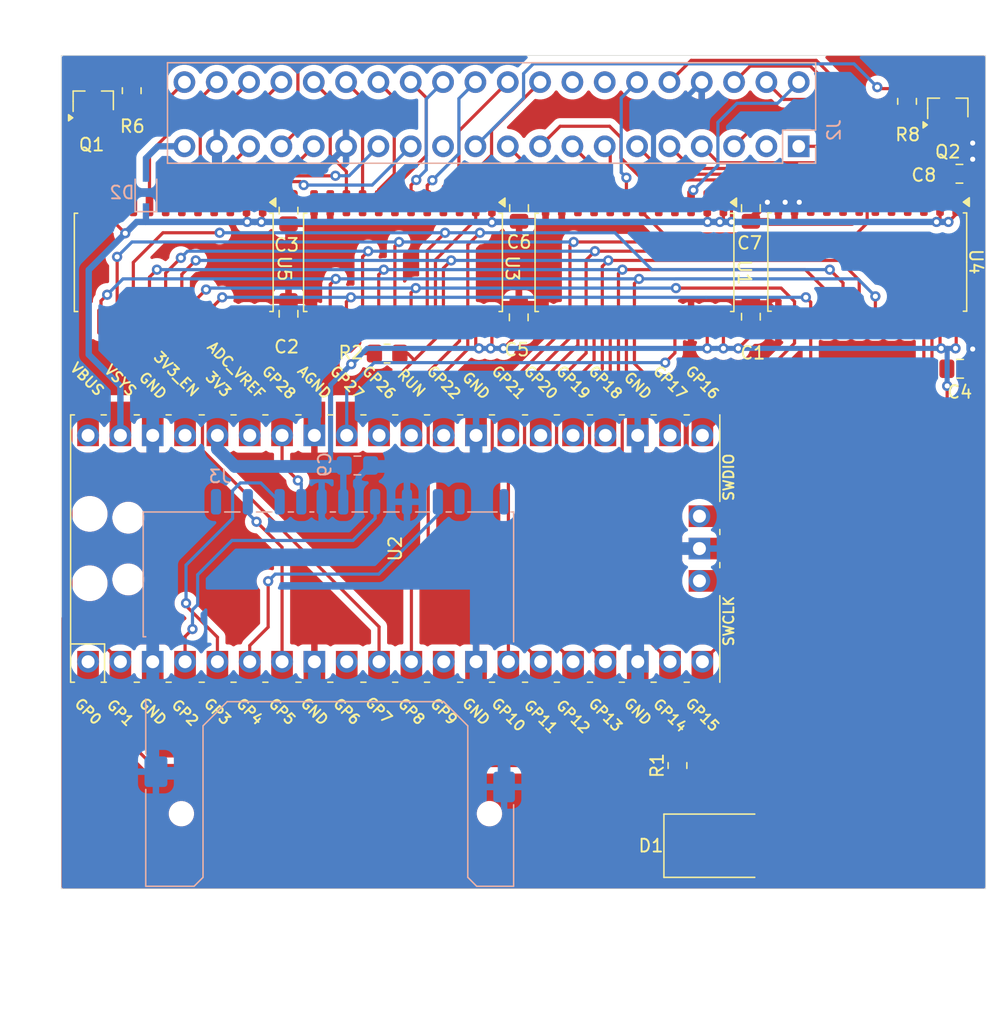
<source format=kicad_pcb>
(kicad_pcb (version 20241229) (generator "pcbnew") (generator_version "9.0")
  (layers (0 "F.Cu" signal) (2 "B.Cu" signal) (13 "F.Paste" user) (15 "B.Paste" user) (5 "F.SilkS" user "F.Silkscreen") (7 "B.SilkS" user "B.Silkscreen") (1 "F.Mask" user) (3 "B.Mask" user) (25 "Edge.Cuts" user))
  (net 0 "")
  (net 1 "GND")
  (net 2 "+3V3")
  (net 3 "/D7")
  (net 4 "/D6")
  (net 5 "/D5")
  (net 6 "/D4")
  (net 7 "/D3")
  (net 8 "/D2")
  (net 9 "/D1")
  (net 10 "/D0")
  (net 11 "/A1")
  (net 12 "/A0")
  (net 13 "/DIR")
  (net 14 "/MREQ'")
  (net 15 "/DAT0_MISO")
  (net 16 "/CLK_SCLK")
  (net 17 "/CMD_MOSI")
  (net 18 "/DAT3_CS")
  (net 19 "/SWDIO")
  (net 20 "/SWCLK")
  (net 21 "/RAS*")
  (net 22 "/SYSRES*")
  (net 23 "/CAS*")
  (net 24 "/D0'")
  (net 25 "/D1'")
  (net 26 "/D2'")
  (net 27 "/D3'")
  (net 28 "/D4'")
  (net 29 "/D5'")
  (net 30 "/D6'")
  (net 31 "/D7'")
  (net 32 "/A10")
  (net 33 "/A12")
  (net 34 "/A13")
  (net 35 "/A15")
  (net 36 "/A11")
  (net 37 "/A14")
  (net 38 "/A8")
  (net 39 "/CD")
  (net 40 "/WAIT'")
  (net 41 "+5V")
  (net 42 "/OUT*")
  (net 43 "Net-(D1-K)")
  (net 44 "/WR*")
  (net 45 "/INTAK*")
  (net 46 "/RD*")
  (net 47 "/MUX")
  (net 48 "/A9")
  (net 49 "/IN*")
  (net 50 "/INT*")
  (net 51 "/TEST*")
  (net 52 "/A4")
  (net 53 "/WAIT*")
  (net 54 "/A3")
  (net 55 "/A5")
  (net 56 "/A7")
  (net 57 "/A6")
  (net 58 "/A2")
  (net 66 "/INT'")
  (net 69 "/IN'")
  (net 70 "/RD'")
  (net 71 "/WR'")
  (net 72 "/ADDRL_OE")
  (net 73 "/DATAB_OE")
  (net 74 "/OUT'")
  (net 75 "/ADDRH_OE")
  (net 78 "/SYSRES'")
  (net 79 "/VCC")
  (net 80 "/LED")
  (footprint "Package_SO:SOIC-24W_7.5x15.4mm_P1.27mm" (layer "F.Cu") (at 138.9126 72.39 -90)
    (property "Reference" "U3")
    (property "Value" "SN74LVCC4245ADWR")
  )
  (footprint "Package_SO:SOIC-24W_7.5x15.4mm_P1.27mm" (layer "F.Cu") (at 120.904 72.39 -90)
    (property "Reference" "U5")
    (property "Value" "SN74LVCC4245ADWR")
  )
  (footprint "Capacitor_SMD:C_0805_2012Metric_Pad1.18x1.45mm_HandSolder" (layer "F.Cu") (at 129.921 76.4286 90)
    (property "Reference" "C2")
    (property "Value" "100nF")
  )
  (footprint "Capacitor_SMD:C_0805_2012Metric_Pad1.18x1.45mm_HandSolder" (layer "F.Cu") (at 129.921 68.326 -90)
    (property "Reference" "C3")
    (property "Value" "100nF")
  )
  (footprint "Capacitor_SMD:C_0805_2012Metric_Pad1.18x1.45mm_HandSolder" (layer "F.Cu") (at 148.0058 76.708 90)
    (property "Reference" "C5")
    (property "Value" "100nF")
  )
  (footprint "Capacitor_SMD:C_0805_2012Metric_Pad1.18x1.45mm_HandSolder" (layer "F.Cu") (at 148.0312 68.1228 -90)
    (property "Reference" "C6")
    (property "Value" "100nF")
  )
  (footprint "MCU_RaspberryPi_and_Boards:RPi_Pico_SMD_TH" (layer "F.Cu") (at 138.303 94.869 90)
    (property "Reference" "U2")
    (property "Value" "Pico")
  )
  (footprint "LED_SMD:LED_2816_7142Metric_Pad3.20x4.45mm_HandSolder" (layer "F.Cu") (at 163.2204 118.2116)
    (property "Reference" "D1")
    (property "Value" "LED")
  )
  (footprint "Resistor_SMD:R_0805_2012Metric_Pad1.20x1.40mm_HandSolder" (layer "F.Cu") (at 160.4772 111.9124 90)
    (property "Reference" "R1")
    (property "Value" "100")
  )
  (footprint "Resistor_SMD:R_0805_2012Metric_Pad1.20x1.40mm_HandSolder" (layer "F.Cu") (at 178.5112 59.7408 -90)
    (property "Reference" "R8")
    (property "Value" "1k")
  )
  (footprint "Capacitor_SMD:C_0805_2012Metric_Pad1.18x1.45mm_HandSolder" (layer "F.Cu") (at 166.243 76.6572 90)
    (property "Reference" "C1")
    (property "Value" "100nF")
  )
  (footprint "Capacitor_SMD:C_0805_2012Metric_Pad1.18x1.45mm_HandSolder" (layer "F.Cu") (at 166.243 68.1228 -90)
    (property "Reference" "C7")
    (property "Value" "100nF")
  )
  (footprint "Capacitor_SMD:C_0805_2012Metric_Pad1.18x1.45mm_HandSolder" (layer "F.Cu") (at 182.6768 80.7466)
    (property "Reference" "C4")
    (property "Value" "100nF")
  )
  (footprint "Capacitor_SMD:C_0805_2012Metric_Pad1.18x1.45mm_HandSolder" (layer "F.Cu") (at 182.626 65.4304)
    (property "Reference" "C8")
    (property "Value" "100nF")
  )
  (footprint "Resistor_SMD:R_0805_2012Metric_Pad1.20x1.40mm_HandSolder" (layer "F.Cu") (at 137.668 79.5528)
    (property "Reference" "R2")
    (property "Value" "1k")
  )
  (footprint "Resistor_SMD:R_0805_2012Metric_Pad1.20x1.40mm_HandSolder" (layer "F.Cu") (at 117.602 58.9026 -90)
    (property "Reference" "R6")
    (property "Value" "1k")
  )
  (footprint "Package_TO_SOT_SMD:SOT-23_Handsoldering" (layer "F.Cu") (at 114.5794 59.69 90)
    (property "Reference" "Q1")
    (property "Value" "SSM3K324RLFCT-ND")
  )
  (footprint "Package_SO:SOIC-24W_7.5x15.4mm_P1.27mm" (layer "F.Cu") (at 157.099 72.39 -90)
    (property "Reference" "U1")
    (property "Value" "SN74LVCC4245ADWR")
  )
  (footprint "Package_SO:SOIC-24W_7.5x15.4mm_P1.27mm" (layer "F.Cu") (at 175.387 72.3646 -90)
    (property "Reference" "U4")
    (property "Value" "SN74LVCC4245ADWR")
  )
  (footprint "Package_TO_SOT_SMD:SOT-23_Handsoldering" (layer "F.Cu") (at 181.7116 60.2488 90)
    (property "Reference" "Q2")
    (property "Value" "SSM3K324RLFCT-ND")
  )
  (footprint "Connector_Card:SD_Kyocera_145638009511859+" (layer "B.Cu") (at 133.604 103.6955 180)
    (property "Reference" "J3")
    (property "Value" "SD_Card")
  )
  (footprint "Connector_PinSocket_2.54mm:PinSocket_2x20_P2.54mm_Vertical" (layer "B.Cu") (at 170.0022 60.7714 90)
    (property "Reference" "J2")
    (property "Value" "Conn_02x20_Odd_Even")
  )
  (footprint "Diode_SMD:D_SOD-323F" (layer "B.Cu") (at 118.7196 66.9036 90)
    (property "Reference" "D2")
    (property "Value" "PMEG4010CEJ")
  )
  (footprint "Capacitor_SMD:C_0805_2012Metric_Pad1.18x1.45mm_HandSolder" (layer "B.Cu") (at 135.3312 88.3412)
    (property "Reference" "C9")
    (property "Value" "100nF")
  )
  (gr_rect (start 112.0648 56.134) (end 184.6834 121.5898) (stroke (width 0.05)) (fill no) (layer "Edge.Cuts"))
  (segment (start 158.0642 87.757) (end 157.353 87.0458) (width 0.4) (layer "F.Cu") (net 1))
  (segment (start 168.402 78.74) (end 168.402 77.0146) (width 0.4) (layer "F.Cu") (net 1))
  (segment (start 150.114 77.04) (end 150.114 77.978) (width 0.5) (layer "F.Cu") (net 1))
  (segment (start 150.114 77.978) (end 144.653 83.439) (width 0.5) (layer "F.Cu") (net 1))
  (segment (start 183.6674 62.7546) (end 182.6616 61.7488) (width 0.5) (layer "F.Cu") (net 1))
  (segment (start 131.9276 67.74) (end 131.9276 70.2271) (width 0.5) (layer "F.Cu") (net 1))
  (segment (start 148.0312 69.1603) (end 148.0312 70.5104) (width 0.5) (layer "F.Cu") (net 1))
  (segment (start 183.6674 63.0174) (end 183.6674 62.7546) (width 0.5) (layer "F.Cu") (net 1))
  (segment (start 166.2469 75.6158) (end 166.243 75.6197) (width 0.4) (layer "F.Cu") (net 1))
  (segment (start 119.253 82.2452) (end 119.253 85.979) (width 1) (layer "F.Cu") (net 1))
  (segment (start 168.402 78.74) (end 165.989 81.153) (width 0.4) (layer "F.Cu") (net 1))
  (segment (start 168.402 67.7146) (end 168.8864 67.7146) (width 0.5) (layer "F.Cu") (net 1))
  (segment (start 169.672 67.7146) (end 169.9935 67.7146) (width 0.5) (layer "F.Cu") (net 1))
  (segment (start 131.2457 75.3911) (end 131.9276 76.073) (width 0.5) (layer "F.Cu") (net 1))
  (segment (start 169.9935 67.7146) (end 170.0425 67.6656) (width 0.5) (layer "F.Cu") (net 1))
  (segment (start 131.9276 76.073) (end 131.9276 77.04) (width 0.5) (layer "F.Cu") (net 1))
  (segment (start 113.919 79.7306) (end 115.0112 80.8228) (width 1) (layer "F.Cu") (net 1))
  (segment (start 129.921 75.3911) (end 129.921 69.3635) (width 0.5) (layer "F.Cu") (net 1))
  (segment (start 113.919 77.04) (end 113.919 71.4248) (width 1) (layer "F.Cu") (net 1))
  (segment (start 166.243 69.1603) (end 166.243 68.961) (width 0.5) (layer "F.Cu") (net 1))
  (segment (start 161.544 80.0354) (end 161.163 80.4164) (width 0.4) (layer "F.Cu") (net 1))
  (segment (start 115.189 70.1548) (end 113.919 71.4248) (width 0.5) (layer "F.Cu") (net 1))
  (segment (start 133.1976 69.7992) (end 132.7697 70.2271) (width 0.5) (layer "F.Cu") (net 1))
  (segment (start 150.6474 70.5104) (end 150.114 70.5104) (width 0.5) (layer "F.Cu") (net 1))
  (segment (start 115.189 67.74) (end 115.189 70.1548) (width 0.5) (layer "F.Cu") (net 1))
  (segment (start 150.114 76.073) (end 150.114 77.04) (width 0.5) (layer "F.Cu") (net 1))
  (segment (start 129.9425 70.2271) (end 129.921 70.2056) (width 0.5) (layer "F.Cu") (net 1))
  (segment (start 161.163 87.3506) (end 160.7566 87.757) (width 0.4) (layer "F.Cu") (net 1))
  (segment (start 183.6635 65.4304) (end 183.6635 64.2913) (width 0.25) (layer "F.Cu") (net 1))
  (segment (start 115.189 67.74) (end 115.189 62.7634) (width 0.5) (layer "F.Cu") (net 1))
  (segment (start 161.163 80.4164) (end 161.163 81.153) (width 0.4) (layer "F.Cu") (net 1))
  (segment (start 148.0312 75.6451) (end 148.0058 75.6705) (width 0.25) (layer "F.Cu") (net 1))
  (segment (start 168.402 77.0146) (end 168.402 76.4032) (width 0.4) (layer "F.Cu") (net 1))
  (segment (start 129.921 75.3911) (end 131.2457 75.3911) (width 0.5) (layer "F.Cu") (net 1))
  (segment (start 133.1976 67.74) (end 133.1976 69.7992) (width 0.5) (layer "F.Cu") (net 1))
  (segment (start 131.953 77.0654) (end 131.9276 77.04) (width 0.25) (layer "F.Cu") (net 1))
  (segment (start 115.0112 80.8228) (end 117.8306 80.8228) (width 1) (layer "F.Cu") (net 1))
  (segment (start 131.953 85.979) (end 131.953 77.0654) (width 0.5) (layer "F.Cu") (net 1))
  (segment (start 183.7143 80.7466) (end 183.7143 79.2441) (width 0.25) (layer "F.Cu") (net 1))
  (segment (start 183.6635 64.2913) (end 183.6674 64.2874) (width 0.25) (layer "F.Cu") (net 1))
  (segment (start 167.6146 75.6158) (end 166.2469 75.6158) (width 0.4) (layer "F.Cu") (net 1))
  (segment (start 117.8306 80.8228) (end 119.253 82.2452) (width 1) (layer "F.Cu") (net 1))
  (segment (start 115.189 62.7634) (end 115.5294 62.423) (width 0.5) (layer "F.Cu") (net 1))
  (segment (start 150.114 67.74) (end 150.114 70.5104) (width 0.5) (layer "F.Cu") (net 1))
  (segment (start 183.7143 79.2441) (end 183.6674 79.1972) (width 0.25) (layer "F.Cu") (net 1))
  (segment (start 115.5294 62.423) (end 115.5294 61.19) (width 0.5) (layer "F.Cu") (net 1))
  (segment (start 148.0058 75.6705) (end 149.7115 75.6705) (width 0.5) (layer "F.Cu") (net 1))
  (segment (start 168.402 76.4032) (end 167.6146 75.6158) (width 0.4) (layer "F.Cu") (net 1))
  (segment (start 149.7115 75.6705) (end 150.114 76.073) (width 0.5) (layer "F.Cu") (net 1))
  (segment (start 151.384 67.74) (end 151.384 69.7738) (width 0.5) (layer "F.Cu") (net 1))
  (segment (start 160.7566 87.757) (end 158.0642 87.757) (width 0.4) (layer "F.Cu") (net 1))
  (segment (start 113.919 77.04) (end 113.919 79.7306) (width 1) (layer "F.Cu") (net 1))
  (segment (start 165.989 81.153) (end 161.163 81.153) (width 0.4) (layer "F.Cu") (net 1))
  (segment (start 150.114 70.5104) (end 148.0312 70.5104) (width 0.5) (layer "F.Cu") (net 1))
  (segment (start 161.544 77.04) (end 161.544 80.0354) (width 0.4) (layer "F.Cu") (net 1))
  (segment (start 151.384 69.7738) (end 150.6474 70.5104) (width 0.5) (layer "F.Cu") (net 1))
  (segment (start 132.7697 70.2271) (end 131.9276 70.2271) (width 0.5) (layer "F.Cu") (net 1))
  (segment (start 144.653 83.439) (end 144.653 85.979) (width 0.5) (layer "F.Cu") (net 1))
  (segment (start 148.0312 70.5104) (end 148.0312 75.6451) (width 0.5) (layer "F.Cu") (net 1))
  (segment (start 161.163 81.153) (end 161.163 87.3506) (width 0.4) (layer "F.Cu") (net 1))
  (segment (start 131.9276 70.2271) (end 129.9425 70.2271) (width 0.5) (layer "F.Cu") (net 1))
  (segment (start 166.243 68.961) (end 167.5384 67.6656) (width 0.5) (layer "F.Cu") (net 1))
  (segment (start 168.8864 67.7146) (end 168.9354 67.6656) (width 0.5) (layer "F.Cu") (net 1))
  (segment (start 113.919 71.4248) (end 113.919 67.74) (width 1) (layer "F.Cu") (net 1))
  (segment (start 157.353 87.0458) (end 157.353 85.979) (width 0.4) (layer "F.Cu") (net 1))
  (via (at 183.6674 64.2874) (size 0.8) (drill 0.4) (layers "F.Cu" "B.Cu") (net 1))
  (via (at 183.6674 79.1972) (size 0.8) (drill 0.4) (layers "F.Cu" "B.Cu") (net 1))
  (via (at 183.6674 63.0174) (size 0.8) (drill 0.4) (layers "F.Cu" "B.Cu") (net 1))
  (via (at 167.5384 67.6656) (size 0.8) (drill 0.4) (layers "F.Cu" "B.Cu") (net 1))
  (via (at 168.9354 67.6656) (size 0.8) (drill 0.4) (layers "F.Cu" "B.Cu") (net 1))
  (via (at 170.0425 67.6656) (size 0.8) (drill 0.4) (layers "F.Cu" "B.Cu") (net 1))
  (segment (start 120.523 81.1022) (end 119.253 82.3722) (width 1) (layer "B.Cu") (net 1))
  (segment (start 136.3687 88.3412) (end 135.4328 89.2771) (width 0.5) (layer "B.Cu") (net 1))
  (segment (start 155.4226 107.9246) (end 157.353 105.9942) (width 1) (layer "B.Cu") (net 1))
  (segment (start 144.5768 88.4174) (end 157.2514 88.4174) (width 1) (layer "B.Cu") (net 1))
  (segment (start 161.260177 67.6656) (end 161.307788 67.713211) (width 0.8) (layer "B.Cu") (net 1))
  (segment (start 139.224 88.4748) (end 139.1666 88.4174) (width 0.25) (layer "B.Cu") (net 1))
  (segment (start 136.652 76.3778) (end 131.953 81.0768) (width 1) (layer "B.Cu") (net 1))
  (segment (start 158.592689 67.711489) (end 158.5976 67.7164) (width 0.4) (layer "B.Cu") (net 1))
  (segment (start 124.303 67.6656) (end 161.260177 67.6656) (width 0.8) (layer "B.Cu") (net 1))
  (segment (start 139.1666 88.4174) (end 144.5768 88.4174) (width 1) (layer "B.Cu") (net 1))
  (segment (start 131.953 107.8738) (end 131.953 110.871) (width 1) (layer "B.Cu") (net 1))
  (segment (start 162.203 94.869) (end 157.4546 94.869) (width 1) (layer "B.Cu") (net 1))
  (segment (start 131.953 110.871) (end 130.302 112.522) (width 1) (layer "B.Cu") (net 1))
  (segment (start 131.953 85.979) (end 131.953 81.1022) (width 1) (layer "B.Cu") (net 1))
  (segment (start 167.490789 67.713211) (end 167.5384 67.6656) (width 0.8) (layer "B.Cu") (net 1))
  (segment (start 139.224 91.1955) (end 139.224 88.4748) (width 0.5) (layer "B.Cu") (net 1))
  (segment (start 149.2758 76.4286) (end 149.225 76.3778) (width 0.5) (layer "B.Cu") (net 1))
  (segment (start 144.653 85.979) (end 144.653 88.3412) (width 1) (layer "B.Cu") (net 1))
  (segment (start 130.302 112.522) (end 119.6305 112.522) (width 1) (layer "B.Cu") (net 1))
  (segment (start 157.353 103.759) (end 157.353 94.7674) (width 1) (layer "B.Cu") (net 1))
  (segment (start 145.76415 109.81065) (end 146.854 110.9005) (width 1) (layer "B.Cu") (net 1))
  (segment (start 144.653 107.9246) (end 144.653 108.6995) (width 1) (layer "B.Cu") (net 1))
  (segment (start 144.653 107.9246) (end 155.4226 107.9246) (width 1) (layer "B.Cu") (net 1))
  (segment (start 144.653 103.759) (end 144.653 107.9246) (width 1) (layer "B.Cu") (net 1))
  (segment (start 135.4328 89.2771) (end 135.4328 92.456) (width 0.5) (layer "B.Cu") (net 1))
  (segment (start 157.353 105.9942) (end 157.353 103.759) (width 1) (layer "B.Cu") (net 1))
  (segment (start 119.253 85.979) (end 119.253 103.759) (width 1) (layer "B.Cu") (net 1))
  (segment (start 183.6674 79.1972) (end 183.6674 66.8528) (width 1) (layer "B.Cu") (net 1))
  (segment (start 136.4449 88.4174) (end 139.1666 88.4174) (width 1) (layer "B.Cu") (net 1))
  (segment (start 132.6596 65.054) (end 124.303 65.054) (width 0.8) (layer "B.Cu") (net 1))
  (segment (start 157.4546 94.869) (end 157.353 94.7674) (width 1) (layer "B.Cu") (net 1))
  (segment (start 161.307788 67.713211) (end 167.490789 67.713211) (width 0.8) (layer "B.Cu") (net 1))
  (segment (start 130.5052 81.1022) (end 120.523 81.1022) (width 1) (layer "B.Cu") (net 1))
  (segment (start 119.253 82.3722) (end 119.253 85.979) (width 1) (layer "B.Cu") (net 1))
  (segment (start 144.653 108.6995) (end 145.76415 109.81065) (width 1) (layer "B.Cu") (net 1))
  (segment (start 119.6305 112.522) (end 119.253 112.1445) (width 1) (layer "B.Cu") (net 1))
  (segment (start 162.3676 58.2314) (end 158.592689 62.006311) (width 0.4) (layer "B.Cu") (net 1))
  (segment (start 131.953 103.759) (end 131.953 107.8738) (width 1) (layer "B.Cu") (net 1))
  (segment (start 168.9354 67.6656) (end 183.769 67.6656) (width 0.8) (layer "B.Cu") (net 1))
  (segment (start 144.653 88.3412) (end 144.5768 88.4174) (width 1) (layer "B.Cu") (net 1))
  (segment (start 158.592689 62.006311) (end 158.592689 67.711489) (width 0.4) (layer "B.Cu") (net 1))
  (segment (start 183.6674 66.8528) (end 183.6674 64.2874) (width 0.8) (layer "B.Cu") (net 1))
  (segment (start 134.8232 93.0656) (end 133.096 93.0656) (width 0.5) (layer "B.Cu") (net 1))
  (segment (start 157.2514 88.4174) (end 157.353 88.3158) (width 1) (layer "B.Cu") (net 1))
  (segment (start 134.4422 63.2714) (end 132.6596 65.054) (width 0.5) (layer "B.Cu") (net 1))
  (segment (start 162.3822 58.2314) (end 162.3676 58.2314) (width 0.4) (layer "B.Cu") (net 1))
  (segment (start 135.4328 92.456) (end 134.8232 93.0656) (width 0.5) (layer "B.Cu") (net 1))
  (segment (start 167.5384 67.6656) (end 168.9354 67.6656) (width 0.8) (layer "B.Cu") (net 1))
  (segment (start 157.353 88.3158) (end 157.353 85.979) (width 1) (layer "B.Cu") (net 1))
  (segment (start 131.953 81.1022) (end 130.5052 81.1022) (width 1) (layer "B.Cu") (net 1))
  (segment (start 157.353 94.7674) (end 157.353 88.3158) (width 1) (layer "B.Cu") (net 1))
  (segment (start 131.953 81.0768) (end 131.953 81.1022) (width 1) (layer "B.Cu") (net 1))
  (segment (start 183.6674 64.2874) (end 183.6674 63.0174) (width 0.8) (layer "B.Cu") (net 1))
  (segment (start 144.6022 107.8738) (end 144.653 107.9246) (width 0.25) (layer "B.Cu") (net 1))
  (segment (start 136.3687 88.3412) (end 136.4449 88.4174) (width 1) (layer "B.Cu") (net 1))
  (segment (start 131.953 107.8738) (end 144.6022 107.8738) (width 1) (layer "B.Cu") (net 1))
  (segment (start 119.253 112.1445) (end 119.253 103.759) (width 1) (layer "B.Cu") (net 1))
  (segment (start 124.303 65.054) (end 124.303 67.6656) (width 0.8) (layer "B.Cu") (net 1))
  (segment (start 149.225 76.3778) (end 136.652 76.3778) (width 1) (layer "B.Cu") (net 1))
  (segment (start 149.2758 76.4286) (end 183.642 76.4286) (width 1) (layer "B.Cu") (net 1))
  (segment (start 124.303 63.266) (end 124.303 65.054) (width 0.8) (layer "B.Cu") (net 1))
  (segment (start 132.524 92.4936) (end 132.524 91.1955) (width 0.5) (layer "B.Cu") (net 1))
  (segment (start 133.096 93.0656) (end 132.524 92.4936) (width 0.5) (layer "B.Cu") (net 1))
  (segment (start 146.854 110.9005) (end 146.854 113.5955) (width 1) (layer "B.Cu") (net 1))
  (segment (start 166.243 78.1558) (end 165.2524 79.1464) (width 0.25) (layer "F.Cu") (net 2))
  (segment (start 182.372 77.0146) (end 182.372 79.0956) (width 0.25) (layer "F.Cu") (net 2))
  (segment (start 181.102 79.0569) (end 181.1915 79.1464) (width 0.25) (layer "F.Cu") (net 2))
  (segment (start 172.2628 112.5728) (end 167.2336 112.5728) (width 0.25) (layer "F.Cu") (net 2))
  (segment (start 127.9652 79.8576) (end 129.4638 79.8576) (width 0.5) (layer "F.Cu") (net 2))
  (segment (start 144.6276 78.8924) (end 144.8816 79.1464) (width 0.25) (layer "F.Cu") (net 2))
  (segment (start 164.084 77.04) (end 164.084 79.1464) (width 0.25) (layer "F.Cu") (net 2))
  (segment (start 181.6393 80.7466) (end 181.6393 82.0713) (width 0.25) (layer "F.Cu") (net 2))
  (segment (start 126.238 79.8576) (end 126.6444 79.8576) (width 0.5) (layer "F.Cu") (net 2))
  (segment (start 129.921 79.4004) (end 129.921 77.4661) (width 0.5) (layer "F.Cu") (net 2))
  (segment (start 129.4638 79.8576) (end 129.921 79.4004) (width 0.5) (layer "F.Cu") (net 2))
  (segment (start 145.8976 77.04) (end 145.8976 79.0448) (width 0.25) (layer "F.Cu") (net 2))
  (segment (start 127.889 77.04) (end 127.889 79.7814) (width 0.5) (layer "F.Cu") (net 2))
  (segment (start 181.6608 103.1748) (end 172.2628 112.5728) (width 0.25) (layer "F.Cu") (net 2))
  (segment (start 181.102 77.0146) (end 181.102 79.0569) (width 0.25) (layer "F.Cu") (net 2))
  (segment (start 181.6393 82.0713) (end 181.6608 82.0928) (width 0.25) (layer "F.Cu") (net 2))
  (segment (start 136.668 79.5528) (end 135.6868 79.5528) (width 0.25) (layer "F.Cu") (net 2))
  (segment (start 144.6276 77.04) (end 144.6276 78.8924) (width 0.25) (layer "F.Cu") (net 2))
  (segment (start 124.333 81.7626) (end 126.238 79.8576) (width 0.5) (layer "F.Cu") (net 2))
  (segment (start 148.0058 77.9526) (end 146.812 79.1464) (width 0.25) (layer "F.Cu") (net 2))
  (segment (start 148.0058 77.7455) (end 148.0058 77.9526) (width 0.25) (layer "F.Cu") (net 2))
  (segment (start 145.8976 79.0448) (end 145.796 79.1464) (width 0.25) (layer "F.Cu") (net 2))
  (segment (start 181.6608 82.0928) (end 181.6608 103.1748) (width 0.25) (layer "F.Cu") (net 2))
  (segment (start 182.372 79.0956) (end 182.3212 79.1464) (width 0.25) (layer "F.Cu") (net 2))
  (segment (start 164.4704 115.336) (end 164.4704 118.2116) (width 0.25) (layer "F.Cu") (net 2))
  (segment (start 127.889 79.7814) (end 127.9652 79.8576) (width 0.25) (layer "F.Cu") (net 2))
  (segment (start 126.619 77.04) (end 126.619 79.8322) (width 0.5) (layer "F.Cu") (net 2))
  (segment (start 124.333 85.979) (end 124.333 81.7626) (width 0.5) (layer "F.Cu") (net 2))
  (segment (start 135.6868 79.5528) (end 134.8486 80.391) (width 0.25) (layer "F.Cu") (net 2))
  (segment (start 126.619 79.8322) (end 126.6444 79.8576) (width 0.25) (layer "F.Cu") (net 2))
  (segment (start 166.243 77.6947) (end 166.243 78.1558) (width 0.25) (layer "F.Cu") (net 2))
  (segment (start 162.814 77.04) (end 162.814 79.1464) (width 0.25) (layer "F.Cu") (net 2))
  (segment (start 167.2336 112.5728) (end 164.4704 115.336) (width 0.25) (layer "F.Cu") (net 2))
  (segment (start 126.6444 79.8576) (end 127.9652 79.8576) (width 0.5) (layer "F.Cu") (net 2))
  (via (at 164.084 79.1464) (size 0.8) (drill 0.4) (layers "F.Cu" "B.Cu") (net 2))
  (via (at 145.796 79.1464) (size 0.8) (drill 0.4) (layers "F.Cu" "B.Cu") (net 2))
  (via (at 165.2524 79.1464) (size 0.8) (drill 0.4) (layers "F.Cu" "B.Cu") (net 2))
  (via (at 146.812 79.1464) (size 0.8) (drill 0.4) (layers "F.Cu" "B.Cu") (net 2))
  (via (at 134.8486 80.391) (size 0.8) (drill 0.4) (layers "F.Cu" "B.Cu") (net 2))
  (via (at 182.3212 79.1464) (size 0.8) (drill 0.4) (layers "F.Cu" "B.Cu") (net 2))
  (via (at 162.814 79.1464) (size 0.8) (drill 0.4) (layers "F.Cu" "B.Cu") (net 2))
  (via (at 144.8816 79.1464) (size 0.8) (drill 0.4) (layers "F.Cu" "B.Cu") (net 2))
  (via (at 181.1915 79.1464) (size 0.8) (drill 0.4) (layers "F.Cu" "B.Cu") (net 2))
  (via (at 181.6608 82.0928) (size 0.8) (drill 0.4) (layers "F.Cu" "B.Cu") (net 2))
  (segment (start 144.8816 79.1464) (end 136.0932 79.1464) (width 0.4) (layer "B.Cu") (net 2))
  (segment (start 134.2175 88.4174) (end 125.7046 88.4174) (width 1) (layer "B.Cu") (net 2))
  (segment (start 145.2626 79.1464) (end 144.8816 79.1464) (width 0.4) (layer "B.Cu") (net 2))
  (segment (start 124.333 87.0458) (end 124.333 85.979) (width 1) (layer "B.Cu") (net 2))
  (segment (start 134.224 91.1955) (end 134.224 88.4109) (width 0.5) (layer "B.Cu") (net 2))
  (segment (start 136.0932 79.1464) (end 134.8486 80.391) (width 0.4) (layer "B.Cu") (net 2))
  (segment (start 145.2626 79.1464) (end 145.796 79.1464) (width 0.4) (layer "B.Cu") (net 2))
  (segment (start 181.6608 82.0928) (end 181.6608 79.1464) (width 0.4) (layer "B.Cu") (net 2))
  (segment (start 145.796 79.1464) (end 146.812 79.1464) (width 0.4) (layer "B.Cu") (net 2))
  (segment (start 134.2937 88.3412) (end 134.2175 88.4174) (width 1) (layer "B.Cu") (net 2))
  (segment (start 133.223 82.0166) (end 133.223 88.392) (width 0.4) (layer "B.Cu") (net 2))
  (segment (start 125.7046 88.4174) (end 124.333 87.0458) (width 1) (layer "B.Cu") (net 2))
  (segment (start 182.3212 79.1464) (end 181.6608 79.1464) (width 0.4) (layer "B.Cu") (net 2))
  (segment (start 163.5252 79.1464) (end 164.084 79.1464) (width 0.4) (layer "B.Cu") (net 2))
  (segment (start 162.814 79.1464) (end 163.5252 79.1464) (width 0.4) (layer "B.Cu") (net 2))
  (segment (start 146.812 79.1464) (end 162.814 79.1464) (width 0.4) (layer "B.Cu") (net 2))
  (segment (start 164.084 79.1464) (end 165.2524 79.1464) (width 0.4) (layer "B.Cu") (net 2))
  (segment (start 165.2524 79.1464) (end 181.6608 79.1464) (width 0.4) (layer "B.Cu") (net 2))
  (segment (start 134.8486 80.391) (end 133.223 82.0166) (width 0.4) (layer "B.Cu") (net 2))
  (segment (start 143.3068 62.0668) (end 147.1422 58.2314) (width 0.25) (layer "F.Cu") (net 3))
  (segment (start 142.0876 66.4464) (end 143.3068 65.2272) (width 0.25) (layer "F.Cu") (net 3))
  (segment (start 142.0876 67.74) (end 142.0876 66.4464) (width 0.25) (layer "F.Cu") (net 3))
  (segment (start 143.3068 65.2272) (end 143.3068 62.0668) (width 0.25) (layer "F.Cu") (net 3))
  (segment (start 139.5476 67.74) (end 139.5476 66.3194) (width 0.25) (layer "F.Cu") (net 4))
  (segment (start 139.5476 66.3194) (end 139.954 65.913) (width 0.25) (layer "F.Cu") (net 4))
  (via (at 139.954 65.913) (size 0.8) (drill 0.4) (layers "F.Cu" "B.Cu") (net 4))
  (segment (start 140.7414 59.5522) (end 140.7414 65.1256) (width 0.25) (layer "B.Cu") (net 4))
  (segment (start 142.0622 58.2314) (end 140.7414 59.5522) (width 0.25) (layer "B.Cu") (net 4))
  (segment (start 140.7414 65.1256) (end 139.954 65.913) (width 0.25) (layer "B.Cu") (net 4))
  (segment (start 137.0076 67.74) (end 137.0076 66.675) (width 0.25) (layer "F.Cu") (net 5))
  (segment (start 138.2268 59.476) (end 136.9822 58.2314) (width 0.25) (layer "F.Cu") (net 5))
  (segment (start 137.0076 66.675) (end 138.2268 65.4558) (width 0.25) (layer "F.Cu") (net 5))
  (segment (start 138.2268 65.4558) (end 138.2268 59.476) (width 0.25) (layer "F.Cu") (net 5))
  (segment (start 145.8722 62.0414) (end 149.6822 58.2314) (width 0.25) (layer "F.Cu") (net 6))
  (segment (start 143.3576 67.74) (end 143.3576 66.4718) (width 0.25) (layer "F.Cu") (net 6))
  (segment (start 143.3576 66.4718) (end 145.8722 63.9572) (width 0.25) (layer "F.Cu") (net 6))
  (segment (start 145.8722 63.9572) (end 145.8722 62.0414) (width 0.25) (layer "F.Cu") (net 6))
  (segment (start 138.2776 66.4718) (end 140.7414 64.008) (width 0.25) (layer "F.Cu") (net 7))
  (segment (start 138.2776 67.74) (end 138.2776 66.4718) (width 0.25) (layer "F.Cu") (net 7))
  (segment (start 140.7414 64.008) (end 140.7414 59.4506) (width 0.25) (layer "F.Cu") (net 7))
  (segment (start 140.7414 59.4506) (end 139.5222 58.2314) (width 0.25) (layer "F.Cu") (net 7))
  (segment (start 134.4676 67.74) (end 134.4676 65.2526) (width 0.25) (layer "F.Cu") (net 8))
  (segment (start 134.4676 65.2526) (end 133.1976 63.9826) (width 0.25) (layer "F.Cu") (net 8))
  (segment (start 133.1976 59.5268) (end 131.9022 58.2314) (width 0.25) (layer "F.Cu") (net 8))
  (segment (start 133.1976 63.9826) (end 133.1976 59.5268) (width 0.25) (layer "F.Cu") (net 8))
  (segment (start 140.8176 66.3448) (end 141.224 65.9384) (width 0.25) (layer "F.Cu") (net 9))
  (segment (start 140.8176 67.74) (end 140.8176 66.3448) (width 0.25) (layer "F.Cu") (net 9))
  (via (at 141.224 65.9384) (size 0.8) (drill 0.4) (layers "F.Cu" "B.Cu") (net 9))
  (segment (start 143.3068 63.8556) (end 141.224 65.9384) (width 0.25) (layer "B.Cu") (net 9))
  (segment (start 143.3068 59.5268) (end 143.3068 63.8556) (width 0.25) (layer "B.Cu") (net 9))
  (segment (start 144.6022 58.2314) (end 143.3068 59.5268) (width 0.25) (layer "B.Cu") (net 9))
  (segment (start 135.7376 67.74) (end 135.7376 59.5268) (width 0.25) (layer "F.Cu") (net 10))
  (segment (start 135.7376 59.5268) (end 134.4422 58.2314) (width 0.25) (layer "F.Cu") (net 10))
  (segment (start 133.59396 65.59284) (end 124.80556 65.59284) (width 0.25) (layer "F.Cu") (net 11))
  (segment (start 133.604 65.5828) (end 133.59396 65.59284) (width 0.25) (layer "F.Cu") (net 11))
  (segment (start 124.80556 65.59284) (end 124.079 66.3194) (width 0.25) (layer "F.Cu") (net 11))
  (segment (start 124.079 66.3194) (end 124.079 67.74) (width 0.25) (layer "F.Cu") (net 11))
  (via (at 133.604 65.5828) (size 0.8) (drill 0.4) (layers "F.Cu" "B.Cu") (net 11))
  (segment (start 133.604 65.5828) (end 134.6862 65.5828) (width 0.25) (layer "B.Cu") (net 11))
  (segment (start 134.6862 65.5828) (end 137.003 63.266) (width 0.25) (layer "B.Cu") (net 11))
  (segment (start 125.72764 66.04236) (end 125.349 66.421) (width 0.25) (layer "F.Cu") (net 12))
  (segment (start 125.349 66.421) (end 125.349 67.74) (width 0.25) (layer "F.Cu") (net 12))
  (segment (start 130.83982 66.04236) (end 125.72764 66.04236) (width 0.25) (layer "F.Cu") (net 12))
  (segment (start 131.1148 66.31734) (end 130.83982 66.04236) (width 0.25) (layer "F.Cu") (net 12))
  (via (at 131.1148 66.31734) (size 0.8) (drill 0.4) (layers "F.Cu" "B.Cu") (net 12))
  (segment (start 136.49166 66.31734) (end 139.543 63.266) (width 0.25) (layer "B.Cu") (net 12))
  (segment (start 131.1148 66.31734) (end 136.49166 66.31734) (width 0.25) (layer "B.Cu") (net 12))
  (segment (start 139.2936 79.5528) (end 139.8016 80.0608) (width 0.25) (layer "F.Cu") (net 13))
  (segment (start 137.033 82.8294) (end 137.033 85.979) (width 0.25) (layer "F.Cu") (net 13))
  (segment (start 144.6276 69.028586) (end 141.46308 72.193106) (width 0.25) (layer "F.Cu") (net 13))
  (segment (start 144.6276 67.74) (end 144.6276 69.028586) (width 0.25) (layer "F.Cu") (net 13))
  (segment (start 141.46308 78.39932) (end 139.8016 80.0608) (width 0.25) (layer "F.Cu") (net 13))
  (segment (start 139.8016 80.0608) (end 137.033 82.8294) (width 0.25) (layer "F.Cu") (net 13))
  (segment (start 138.668 79.5528) (end 139.2936 79.5528) (width 0.25) (layer "F.Cu") (net 13))
  (segment (start 141.46308 72.193106) (end 141.46308 78.39932) (width 0.25) (layer "F.Cu") (net 13))
  (segment (start 156.464 82.718978) (end 156.1338 83.049178) (width 0.25) (layer "F.Cu") (net 14))
  (segment (start 156.464 77.04) (end 156.464 82.718978) (width 0.25) (layer "F.Cu") (net 14))
  (segment (start 156.1338 83.049178) (end 156.1338 99.9998) (width 0.25) (layer "F.Cu") (net 14))
  (segment (start 156.1338 99.9998) (end 159.893 103.759) (width 0.25) (layer "F.Cu") (net 14))
  (segment (start 126.873 102.489) (end 126.873 103.759) (width 0.25) (layer "F.Cu") (net 15))
  (segment (start 128.3208 101.0412) (end 126.873 102.489) (width 0.25) (layer "F.Cu") (net 15))
  (segment (start 128.3208 97.4344) (end 128.3208 101.0412) (width 0.25) (layer "F.Cu") (net 15))
  (via (at 128.3208 97.4344) (size 0.8) (drill 0.4) (layers "F.Cu" "B.Cu") (net 15))
  (segment (start 128.3208 97.4344) (end 128.8796 96.8756) (width 0.25) (layer "B.Cu") (net 15))
  (segment (start 141.654 92.2292) (end 141.654 91.1955) (width 0.25) (layer "B.Cu") (net 15))
  (segment (start 137.0076 96.8756) (end 141.654 92.2292) (width 0.25) (layer "B.Cu") (net 15))
  (segment (start 128.8796 96.8756) (end 137.0076 96.8756) (width 0.25) (layer "B.Cu") (net 15))
  (segment (start 122.3772 101.1936) (end 121.793 101.7778) (width 0.25) (layer "F.Cu") (net 16))
  (segment (start 121.793 101.7778) (end 121.793 103.759) (width 0.25) (layer "F.Cu") (net 16))
  (via (at 122.3772 101.1936) (size 0.8) (drill 0.4) (layers "F.Cu" "B.Cu") (net 16))
  (segment (start 134.9756 94.234) (end 136.724 92.4856) (width 0.25) (layer "B.Cu") (net 16))
  (segment (start 122.7836 99.271814) (end 122.7836 96.9264) (width 0.25) (layer "B.Cu") (net 16))
  (segment (start 125.476 94.234) (end 134.9756 94.234) (width 0.25) (layer "B.Cu") (net 16))
  (segment (start 122.3772 99.678214) (end 122.7836 99.271814) (width 0.25) (layer "B.Cu") (net 16))
  (segment (start 122.7836 96.9264) (end 125.476 94.234) (width 0.25) (layer "B.Cu") (net 16))
  (segment (start 136.724 92.4856) (end 136.724 91.1955) (width 0.25) (layer "B.Cu") (net 16))
  (segment (start 122.3772 101.1936) (end 122.3772 99.678214) (width 0.25) (layer "B.Cu") (net 16))
  (segment (start 121.8692 99.1616) (end 121.8692 99.3648) (width 0.25) (layer "F.Cu") (net 17))
  (segment (start 121.8692 99.3648) (end 124.333 101.8286) (width 0.25) (layer "F.Cu") (net 17))
  (segment (start 124.333 101.8286) (end 124.333 103.759) (width 0.25) (layer "F.Cu") (net 17))
  (via (at 121.8692 99.1616) (size 0.8) (drill 0.4) (layers "F.Cu" "B.Cu") (net 17))
  (segment (start 121.8692 96.1644) (end 125.5268 92.5068) (width 0.25) (layer "B.Cu") (net 17))
  (segment (start 127.7413 89.7128) (end 129.224 91.1955) (width 0.25) (layer "B.Cu") (net 17))
  (segment (start 125.5268 92.5068) (end 125.5268 90.3224) (width 0.25) (layer "B.Cu") (net 17))
  (segment (start 125.5268 90.3224) (end 126.1364 89.7128) (width 0.25) (layer "B.Cu") (net 17))
  (segment (start 121.8692 99.1616) (end 121.8692 96.1644) (width 0.25) (layer "B.Cu") (net 17))
  (segment (start 126.1364 89.7128) (end 127.7413 89.7128) (width 0.25) (layer "B.Cu") (net 17))
  (segment (start 127.4064 92.7608) (end 129.413 94.7674) (width 0.25) (layer "F.Cu") (net 18))
  (segment (start 129.413 94.7674) (end 129.413 103.759) (width 0.25) (layer "F.Cu") (net 18))
  (via (at 127.4064 92.7608) (size 0.8) (drill 0.4) (layers "F.Cu" "B.Cu") (net 18))
  (segment (start 126.724 92.0917) (end 126.724 91.1955) (width 0.25) (layer "B.Cu") (net 18))
  (segment (start 127.3931 92.7608) (end 126.724 92.0917) (width 0.25) (layer "B.Cu") (net 18))
  (segment (start 127.4064 92.7608) (end 127.3931 92.7608) (width 0.25) (layer "B.Cu") (net 18))
  (segment (start 174.527436 70.1548) (end 175.37652 69.305716) (width 0.25) (layer "F.Cu") (net 21))
  (segment (start 157.734 68.4784) (end 159.4104 70.1548) (width 0.25) (layer "F.Cu") (net 21))
  (segment (start 175.37652 66.181202) (end 172.466718 63.2714) (width 0.25) (layer "F.Cu") (net 21))
  (segment (start 157.734 67.74) (end 157.734 68.4784) (width 0.25) (layer "F.Cu") (net 21))
  (segment (start 172.466718 63.2714) (end 170.0022 63.2714) (width 0.25) (layer "F.Cu") (net 21))
  (segment (start 175.37652 69.305716) (end 175.37652 66.181202) (width 0.25) (layer "F.Cu") (net 21))
  (segment (start 159.4104 70.1548) (end 174.527436 70.1548) (width 0.25) (layer "F.Cu") (net 21))
  (segment (start 161.7218 66.7137) (end 161.544 66.8915) (width 0.25) (layer "F.Cu") (net 22))
  (segment (start 161.544 66.8915) (end 161.544 67.74) (width 0.25) (layer "F.Cu") (net 22))
  (via (at 161.7218 66.7137) (size 0.8) (drill 0.4) (layers "F.Cu" "B.Cu") (net 22))
  (segment (start 163.6522 64.7833) (end 163.6522 61.3918) (width 0.25) (layer "B.Cu") (net 22))
  (segment (start 161.7218 66.7137) (end 163.6522 64.7833) (width 0.25) (layer "B.Cu") (net 22))
  (segment (start 165.1508 59.8932) (end 168.3404 59.8932) (width 0.25) (layer "B.Cu") (net 22))
  (segment (start 168.3404 59.8932) (end 170.0022 58.2314) (width 0.25) (layer "B.Cu") (net 22))
  (segment (start 163.6522 61.3918) (end 165.1508 59.8932) (width 0.25) (layer "B.Cu") (net 22))
  (segment (start 124.079 75.7682) (end 124.714 75.1332) (width 0.25) (layer "F.Cu") (net 24))
  (segment (start 134.4676 75.4888) (end 134.8232 75.1332) (width 0.25) (layer "F.Cu") (net 24))
  (segment (start 170.942 77.0146) (end 170.942 75.5142) (width 0.25) (layer "F.Cu") (net 24))
  (segment (start 134.4676 77.04) (end 134.4676 75.4888) (width 0.25) (layer "F.Cu") (net 24))
  (segment (start 170.942 77.0146) (end 170.942 95.25) (width 0.25) (layer "F.Cu") (net 24))
  (segment (start 170.942 95.25) (end 162.433 103.759) (width 0.25) (layer "F.Cu") (net 24))
  (segment (start 124.079 77.04) (end 124.079 75.7682) (width 0.25) (layer "F.Cu") (net 24))
  (segment (start 170.942 75.5142) (end 170.561 75.1332) (width 0.25) (layer "F.Cu") (net 24))
  (via (at 124.714 75.1332) (size 0.8) (drill 0.4) (layers "F.Cu" "B.Cu") (net 24))
  (via (at 134.8232 75.1332) (size 0.8) (drill 0.4) (layers "F.Cu" "B.Cu") (net 24))
  (via (at 170.561 75.1332) (size 0.8) (drill 0.4) (layers "F.Cu" "B.Cu") (net 24))
  (segment (start 124.714 75.1332) (end 134.8232 75.1332) (width 0.25) (layer "B.Cu") (net 24))
  (segment (start 134.8232 75.1332) (end 162.741577 75.1332) (width 0.25) (layer "B.Cu") (net 24))
  (segment (start 170.561 75.1332) (end 162.741599 75.1332) (width 0.25) (layer "B.Cu") (net 24))
  (segment (start 162.741577 75.1332) (end 162.741588 75.133189) (width 0.25) (layer "B.Cu") (net 24))
  (segment (start 162.741599 75.1332) (end 162.741588 75.133189) (width 0.25) (layer "B.Cu") (net 24))
  (segment (start 160.354944 74.408689) (end 168.617289 74.408689) (width 0.25) (layer "F.Cu") (net 25))
  (segment (start 139.5476 74.7776) (end 139.5476 77.04) (width 0.25) (layer "F.Cu") (net 25))
  (segment (start 169.672 75.4634) (end 169.672 77.0146) (width 0.25) (layer "F.Cu") (net 25))
  (segment (start 139.916511 74.408689) (end 139.5476 74.7776) (width 0.25) (layer "F.Cu") (net 25))
  (segment (start 169.672 77.0146) (end 169.672 78.74) (width 0.25) (layer "F.Cu") (net 25))
  (segment (start 169.672 78.74) (end 162.433 85.979) (width 0.25) (layer "F.Cu") (net 25))
  (segment (start 122.809 77.04) (end 122.809 75.1586) (width 0.25) (layer "F.Cu") (net 25))
  (segment (start 168.617289 74.408689) (end 169.672 75.4634) (width 0.25) (layer "F.Cu") (net 25))
  (segment (start 122.809 75.1586) (end 123.444 74.5236) (width 0.25) (layer "F.Cu") (net 25))
  (via (at 123.444 74.5236) (size 0.8) (drill 0.4) (layers "F.Cu" "B.Cu") (net 25))
  (via (at 139.916511 74.408689) (size 0.8) (drill 0.4) (layers "F.Cu" "B.Cu") (net 25))
  (via (at 160.354944 74.408689) (size 0.8) (drill 0.4) (layers "F.Cu" "B.Cu") (net 25))
  (segment (start 160.354944 74.408689) (end 139.916511 74.408689) (width 0.25) (layer "B.Cu") (net 25))
  (segment (start 123.558911 74.408689) (end 139.916511 74.408689) (width 0.25) (layer "B.Cu") (net 25))
  (segment (start 123.444 74.5236) (end 123.558911 74.408689) (width 0.25) (layer "B.Cu") (net 25))
  (segment (start 157.092448 80.333648) (end 157.092448 74.047552) (width 0.25) (layer "F.Cu") (net 26))
  (segment (start 176.022 75.057) (end 176.022 77.0146) (width 0.25) (layer "F.Cu") (net 26))
  (segment (start 159.893 83.1342) (end 157.092448 80.333648) (width 0.25) (layer "F.Cu") (net 26))
  (segment (start 115.189 75.4126) (end 115.189 77.04) (width 0.25) (layer "F.Cu") (net 26))
  (segment (start 157.092448 74.047552) (end 157.455822 73.684178) (width 0.25) (layer "F.Cu") (net 26))
  (segment (start 159.893 85.979) (end 159.893 83.1342) (width 0.25) (layer "F.Cu") (net 26))
  (segment (start 133.1976 77.04) (end 133.1976 74.114756) (width 0.25) (layer "F.Cu") (net 26))
  (segment (start 115.6716 74.93) (end 115.189 75.4126) (width 0.25) (layer "F.Cu") (net 26))
  (segment (start 133.1976 74.114756) (end 133.628178 73.684178) (width 0.25) (layer "F.Cu") (net 26))
  (via (at 115.6716 74.93) (size 0.8) (drill 0.4) (layers "F.Cu" "B.Cu") (net 26))
  (via (at 157.455822 73.684178) (size 0.8) (drill 0.4) (layers "F.Cu" "B.Cu") (net 26))
  (via (at 176.022 75.057) (size 0.8) (drill 0.4) (layers "F.Cu" "B.Cu") (net 26))
  (via (at 133.628178 73.684178) (size 0.8) (drill 0.4) (layers "F.Cu" "B.Cu") (net 26))
  (segment (start 174.649189 73.684189) (end 160.241197 73.684189) (width 0.25) (layer "B.Cu") (net 26))
  (segment (start 157.457044 73.6854) (end 157.455822 73.684178) (width 0.25) (layer "B.Cu") (net 26))
  (segment (start 133.626956 73.6854) (end 133.628178 73.684178) (width 0.25) (layer "B.Cu") (net 26))
  (segment (start 160.239986 73.6854) (end 157.457044 73.6854) (width 0.25) (layer "B.Cu") (net 26))
  (segment (start 115.6716 74.93) (end 116.9162 73.6854) (width 0.25) (layer "B.Cu") (net 26))
  (segment (start 157.455822 73.684178) (end 133.628178 73.684178) (width 0.25) (layer "B.Cu") (net 26))
  (segment (start 176.022 75.057) (end 174.649189 73.684189) (width 0.25) (layer "B.Cu") (net 26))
  (segment (start 116.9162 73.6854) (end 133.626956 73.6854) (width 0.25) (layer "B.Cu") (net 26))
  (segment (start 160.241197 73.684189) (end 160.239986 73.6854) (width 0.25) (layer "B.Cu") (net 26))
  (segment (start 137.0076 73.3552) (end 137.0076 77.04) (width 0.25) (layer "F.Cu") (net 27))
  (segment (start 118.999 73.5451) (end 118.999 77.04) (width 0.25) (layer "F.Cu") (net 27))
  (segment (start 155.83948 73.26852) (end 156.148322 72.959678) (width 0.25) (layer "F.Cu") (net 27))
  (segment (start 154.813 85.979) (end 154.813 83.0834) (width 0.25) (layer "F.Cu") (net 27))
  (segment (start 137.403122 72.959678) (end 137.0076 73.3552) (width 0.25) (layer "F.Cu") (net 27))
  (segment (start 156.148322 72.959678) (end 170.521078 72.959678) (width 0.25) (layer "F.Cu") (net 27))
  (segment (start 119.5832 72.9609) (end 118.999 73.5451) (width 0.25) (layer "F.Cu") (net 27))
  (segment (start 172.212 74.6506) (end 172.212 77.0146) (width 0.25) (layer "F.Cu") (net 27))
  (segment (start 154.813 83.0834) (end 155.83948 82.05692) (width 0.25) (layer "F.Cu") (net 27))
  (segment (start 155.83948 82.05692) (end 155.83948 73.26852) (width 0.25) (layer "F.Cu") (net 27))
  (segment (start 170.521078 72.959678) (end 172.212 74.6506) (width 0.25) (layer "F.Cu") (net 27))
  (via (at 137.403122 72.959678) (size 0.8) (drill 0.4) (layers "F.Cu" "B.Cu") (net 27))
  (via (at 156.148322 72.959678) (size 0.8) (drill 0.4) (layers "F.Cu" "B.Cu") (net 27))
  (via (at 119.5832 72.9609) (size 0.8) (drill 0.4) (layers "F.Cu" "B.Cu") (net 27))
  (segment (start 119.584422 72.959678) (end 137.403122 72.959678) (width 0.25) (layer "B.Cu") (net 27))
  (segment (start 137.403122 72.959678) (end 156.148322 72.959678) (width 0.25) (layer "B.Cu") (net 27))
  (segment (start 119.5832 72.9609) (end 119.584422 72.959678) (width 0.25) (layer "B.Cu") (net 27))
  (segment (start 152.273 85.979) (end 152.273 83.058) (width 0.25) (layer "F.Cu") (net 28))
  (segment (start 121.539 77.04) (end 121.539 73.327378) (width 0.25) (layer "F.Cu") (net 28))
  (segment (start 142.6972 72.235178) (end 142.0876 72.844778) (width 0.25) (layer "F.Cu") (net 28))
  (segment (start 174.752 73.787) (end 174.752 77.0146) (width 0.25) (layer "F.Cu") (net 28))
  (segment (start 154.56948 80.76152) (end 154.56948 72.704876) (width 0.25) (layer "F.Cu") (net 28))
  (segment (start 154.56948 72.704876) (end 155.039178 72.235178) (width 0.25) (layer "F.Cu") (net 28))
  (segment (start 142.0876 72.844778) (end 142.0876 77.04) (width 0.25) (layer "F.Cu") (net 28))
  (segment (start 121.539 73.327378) (end 122.6312 72.235178) (width 0.25) (layer "F.Cu") (net 28))
  (segment (start 152.273 83.058) (end 154.56948 80.76152) (width 0.25) (layer "F.Cu") (net 28))
  (segment (start 155.039178 72.235178) (end 173.200178 72.235178) (width 0.25) (layer "F.Cu") (net 28))
  (segment (start 173.200178 72.235178) (end 174.752 73.787) (width 0.25) (layer "F.Cu") (net 28))
  (via (at 155.039178 72.235178) (size 0.8) (drill 0.4) (layers "F.Cu" "B.Cu") (net 28))
  (via (at 142.6972 72.235178) (size 0.8) (drill 0.4) (layers "F.Cu" "B.Cu") (net 28))
  (via (at 122.6312 72.235178) (size 0.8) (drill 0.4) (layers "F.Cu" "B.Cu") (net 28))
  (segment (start 122.6312 72.235178) (end 142.6972 72.235178) (width 0.25) (layer "B.Cu") (net 28))
  (segment (start 142.6972 72.235178) (end 155.039178 72.235178) (width 0.25) (layer "B.Cu") (net 28))
  (segment (start 153.29948 79.51692) (end 153.29948 72.20172) (width 0.25) (layer "F.Cu") (net 29))
  (segment (start 177.292 73.6854) (end 177.292 77.0146) (width 0.25) (layer "F.Cu") (net 29))
  (segment (start 120.269 73.2282) (end 121.4628 72.0344) (width 0.25) (layer "F.Cu") (net 29))
  (segment (start 136.179067 71.510667) (end 135.7376 71.952134) (width 0.25) (layer "F.Cu") (net 29))
  (segment (start 153.29948 72.20172) (end 153.990533 71.510667) (width 0.25) (layer "F.Cu") (net 29))
  (segment (start 149.733 83.0834) (end 153.29948 79.51692) (width 0.25) (layer "F.Cu") (net 29))
  (segment (start 120.269 77.04) (end 120.269 73.2282) (width 0.25) (layer "F.Cu") (net 29))
  (segment (start 175.117267 71.510667) (end 177.292 73.6854) (width 0.25) (layer "F.Cu") (net 29))
  (segment (start 135.7376 71.952134) (end 135.7376 77.04) (width 0.25) (layer "F.Cu") (net 29))
  (segment (start 153.990533 71.510667) (end 175.117267 71.510667) (width 0.25) (layer "F.Cu") (net 29))
  (segment (start 149.733 85.979) (end 149.733 83.0834) (width 0.25) (layer "F.Cu") (net 29))
  (via (at 153.990533 71.510667) (size 0.8) (drill 0.4) (layers "F.Cu" "B.Cu") (net 29))
  (via (at 121.4628 72.0344) (size 0.8) (drill 0.4) (layers "F.Cu" "B.Cu") (net 29))
  (via (at 136.179067 71.510667) (size 0.8) (drill 0.4) (layers "F.Cu" "B.Cu") (net 29))
  (segment (start 136.179067 71.510667) (end 153.990533 71.510667) (width 0.25) (layer "B.Cu") (net 29))
  (segment (start 121.986533 71.510667) (end 136.179067 71.510667) (width 0.25) (layer "B.Cu") (net 29))
  (segment (start 121.4628 72.0344) (end 121.986533 71.510667) (width 0.25) (layer "B.Cu") (net 29))
  (segment (start 116.454693 71.953893) (end 116.459 71.9582) (width 0.25) (layer "F.Cu") (net 30))
  (segment (start 147.193 83.1596) (end 152.02948 78.32312) (width 0.25) (layer "F.Cu") (net 30))
  (segment (start 175.561156 70.786156) (end 178.562 73.787) (width 0.25) (layer "F.Cu") (net 30))
  (segment (start 152.02948 71.076832) (end 152.320156 70.786156) (width 0.25) (layer "F.Cu") (net 30))
  (segment (start 147.193 85.979) (end 147.193 83.1596) (width 0.25) (layer "F.Cu") (net 30))
  (segment (start 152.02948 78.32312) (end 152.02948 71.076832) (width 0.25) (layer "F.Cu") (net 30))
  (segment (start 152.320156 70.786156) (end 175.561156 70.786156) (width 0.25) (layer "F.Cu") (net 30))
  (segment (start 138.2776 71.112712) (end 138.2776 77.04) (width 0.25) (layer "F.Cu") (net 30))
  (segment (start 138.604156 70.786156) (end 138.2776 71.112712) (width 0.25) (layer "F.Cu") (net 30))
  (segment (start 178.562 73.787) (end 178.562 77.0146) (width 0.25) (layer "F.Cu") (net 30))
  (segment (start 116.459 71.9582) (end 116.459 77.04) (width 0.25) (layer "F.Cu") (net 30))
  (via (at 116.454693 71.953893) (size 0.8) (drill 0.4) (layers "F.Cu" "B.Cu") (net 30))
  (via (at 152.320156 70.786156) (size 0.8) (drill 0.4) (layers "F.Cu" "B.Cu") (net 30))
  (via (at 138.604156 70.786156) (size 0.8) (drill 0.4) (layers "F.Cu" "B.Cu") (net 30))
  (segment (start 117.62243 70.786156) (end 138.604156 70.786156) (width 0.25) (layer "B.Cu") (net 30))
  (segment (start 116.454693 71.953893) (end 117.62243 70.786156) (width 0.25) (layer "B.Cu") (net 30))
  (segment (start 138.604156 70.786156) (end 152.320156 70.786156) (width 0.25) (layer "B.Cu") (net 30))
  (segment (start 117.729 72.390718) (end 117.729 77.04) (width 0.25) (layer "F.Cu") (net 31))
  (segment (start 124.5108 70.061645) (end 120.058073 70.061645) (width 0.25) (layer "F.Cu") (net 31))
  (segment (start 144.00308 79.21403) (end 142.113 81.10411) (width 0.25) (layer "F.Cu") (net 31))
  (segment (start 140.8176 71.458656) (end 140.8176 77.04) (width 0.25) (layer "F.Cu") (net 31))
  (segment (start 172.4406 72.959678) (end 173.482 74.001078) (width 0.25) (layer "F.Cu") (net 31))
  (segment (start 144.9578 70.061645) (end 144.00308 71.016365) (width 0.25) (layer "F.Cu") (net 31))
  (segment (start 144.00308 71.016365) (end 144.00308 79.21403) (width 0.25) (layer "F.Cu") (net 31))
  (segment (start 173.482 74.001078) (end 173.482 77.0146) (width 0.25) (layer "F.Cu") (net 31))
  (segment (start 142.2146 70.061656) (end 140.8176 71.458656) (width 0.25) (layer "F.Cu") (net 31))
  (segment (start 142.113 81.10411) (end 142.113 85.979) (width 0.25) (layer "F.Cu") (net 31))
  (segment (start 120.058073 70.061645) (end 117.729 72.390718) (width 0.25) (layer "F.Cu") (net 31))
  (via (at 144.9578 70.061645) (size 0.8) (drill 0.4) (layers "F.Cu" "B.Cu") (net 31))
  (via (at 142.2146 70.061656) (size 0.8) (drill 0.4) (layers "F.Cu" "B.Cu") (net 31))
  (via (at 124.5108 70.061645) (size 0.8) (drill 0.4) (layers "F.Cu" "B.Cu") (net 31))
  (via (at 172.4406 72.959678) (size 0.8) (drill 0.4) (layers "F.Cu" "B.Cu") (net 31))
  (segment (start 155.561645 70.061645) (end 144.9578 70.061645) (width 0.25) (layer "B.Cu") (net 31))
  (segment (start 144.957789 70.061656) (end 142.2146 70.061656) (width 0.25) (layer "B.Cu") (net 31))
  (segment (start 124.510811 70.061656) (end 124.5108 70.061645) (width 0.25) (layer "B.Cu") (net 31))
  (segment (start 172.4406 72.959678) (end 158.459678 72.959678) (width 0.25) (layer "B.Cu") (net 31))
  (segment (start 142.2146 70.061656) (end 124.510811 70.061656) (width 0.25) (layer "B.Cu") (net 31))
  (segment (start 144.9578 70.061645) (end 144.957789 70.061656) (width 0.25) (layer "B.Cu") (net 31))
  (segment (start 158.459678 72.959678) (end 155.561645 70.061645) (width 0.25) (layer "B.Cu") (net 31))
  (segment (start 168.8192 59.5884) (end 172.72 59.5884) (width 0.25) (layer "F.Cu") (net 32))
  (segment (start 167.4622 58.2314) (end 168.8192 59.5884) (width 0.25) (layer "F.Cu") (net 32))
  (segment (start 172.72 59.5884) (end 177.292 64.1604) (width 0.25) (layer "F.Cu") (net 32))
  (segment (start 177.292 64.1604) (end 177.292 67.7146) (width 0.25) (layer "F.Cu") (net 32))
  (segment (start 164.943 63.266) (end 164.943 63.2506) (width 0.25) (layer "F.Cu") (net 33))
  (segment (start 171.8564 61.5696) (end 176.022 65.7352) (width 0.25) (layer "F.Cu") (net 33))
  (segment (start 176.022 65.7352) (end 176.022 67.7146) (width 0.25) (layer "F.Cu") (net 33))
  (segment (start 166.624 61.5696) (end 171.8564 61.5696) (width 0.25) (layer "F.Cu") (net 33))
  (segment (start 164.943 63.2506) (end 166.624 61.5696) (width 0.25) (layer "F.Cu") (net 33))
  (segment (start 178.562 64.6176) (end 170.9166 56.9722) (width 0.25) (layer "F.Cu") (net 34))
  (segment (start 178.562 67.7146) (end 178.562 64.6176) (width 0.25) (layer "F.Cu") (net 34))
  (segment (start 170.9166 56.9722) (end 166.1814 56.9722) (width 0.25) (layer "F.Cu") (net 34))
  (segment (start 166.1814 56.9722) (end 164.9222 58.2314) (width 0.25) (layer "F.Cu") (net 34))
  (segment (start 163.70144 64.56444) (end 173.12404 64.56444) (width 0.25) (layer "F.Cu") (net 35))
  (segment (start 162.403 63.266) (end 163.70144 64.56444) (width 0.25) (layer "F.Cu") (net 35))
  (segment (start 173.12404 64.56444) (end 174.752 66.1924) (width 0.25) (layer "F.Cu") (net 35))
  (segment (start 174.752 66.1924) (end 174.752 67.7146) (width 0.25) (layer "F.Cu") (net 35))
  (segment (start 173.482 66.1924) (end 173.482 67.7146) (width 0.25) (layer "F.Cu") (net 36))
  (segment (start 172.30356 65.01396) (end 173.482 66.1924) (width 0.25) (layer "F.Cu") (net 36))
  (segment (start 159.863 63.266) (end 161.61096 65.01396) (width 0.25) (layer "F.Cu") (net 36))
  (segment (start 161.61096 65.01396) (end 172.30356 65.01396) (width 0.25) (layer "F.Cu") (net 36))
  (segment (start 179.832 64.9732) (end 179.832 67.7146) (width 0.25) (layer "F.Cu") (net 37))
  (segment (start 161.55092 56.52268) (end 171.38148 56.52268) (width 0.25) (layer "F.Cu") (net 37))
  (segment (start 171.38148 56.52268) (end 179.832 64.9732) (width 0.25) (layer "F.Cu") (net 37))
  (segment (start 159.8422 58.2314) (end 161.55092 56.52268) (width 0.25) (layer "F.Cu") (net 37))
  (segment (start 171.22908 65.46348) (end 172.212 66.4464) (width 0.25) (layer "F.Cu") (net 38))
  (segment (start 172.212 66.4464) (end 172.212 67.7146) (width 0.25) (layer "F.Cu") (net 38))
  (segment (start 157.323 63.266) (end 159.52048 65.46348) (width 0.25) (layer "F.Cu") (net 38))
  (segment (start 159.52048 65.46348) (end 171.22908 65.46348) (width 0.25) (layer "F.Cu") (net 38))
  (segment (start 129.413 85.979) (end 129.413 88.2723) (width 0.25) (layer "F.Cu") (net 39))
  (segment (start 129.413 88.2723) (end 130.6576 89.5169) (width 0.25) (layer "F.Cu") (net 39))
  (via (at 130.6576 89.5169) (size 0.8) (drill 0.4) (layers "F.Cu" "B.Cu") (net 39))
  (segment (start 130.6576 89.5169) (end 130.924 89.7833) (width 0.25) (layer "B.Cu") (net 39))
  (segment (start 130.924 89.7833) (end 130.924 91.1955) (width 0.25) (layer "B.Cu") (net 39))
  (segment (start 113.6294 61.19) (end 112.8268 61.9926) (width 0.25) (layer "F.Cu") (net 40))
  (segment (start 112.8268 61.9926) (end 112.8268 99.8728) (width 0.25) (layer "F.Cu") (net 40))
  (segment (start 112.8268 99.8728) (end 116.713 103.759) (width 0.25) (layer "F.Cu") (net 40))
  (segment (start 181.102 67.7146) (end 181.102 66.7258) (width 0.25) (layer "F.Cu") (net 41))
  (segment (start 127.889 69.1134) (end 127.790255 69.212145) (width 0.25) (layer "F.Cu") (net 41))
  (segment (start 164.721855 68.043745) (end 164.721855 69.212145) (width 0.25) (layer "F.Cu") (net 41))
  (segment (start 145.8976 69.2404) (end 145.8976 67.74) (width 0.25) (layer "F.Cu") (net 41))
  (segment (start 181.5885 64.6723) (end 178.5112 61.595) (width 0.25) (layer "F.Cu") (net 41))
  (segment (start 129.921 67.2885) (end 128.3405 67.2885) (width 0.25) (layer "F.Cu") (net 41))
  (segment (start 148.0312 67.0853) (end 147.1891 67.0853) (width 0.25) (layer "F.Cu") (net 41))
  (segment (start 147.1891 67.0853) (end 146.5344 67.74) (width 0.25) (layer "F.Cu") (net 41))
  (segment (start 115.83448 68.84448) (end 115.83448 63.33712) (width 0.25) (layer "F.Cu") (net 41))
  (segment (start 178.5112 61.595) (end 178.5112 60.7408) (width 0.25) (layer "F.Cu") (net 41))
  (segment (start 126.619 67.74) (end 126.619 69.15849) (width 0.25) (layer "F.Cu") (net 41))
  (segment (start 182.372 67.7146) (end 182.372 68.602545) (width 0.25) (layer "F.Cu") (net 41))
  (segment (start 165.6803 67.0853) (end 164.721855 68.043745) (width 0.25) (layer "F.Cu") (net 41))
  (segment (start 117.094 70.104) (end 115.83448 68.84448) (width 0.25) (layer "F.Cu") (net 41))
  (segment (start 115.83448 63.33712) (end 117.602 61.5696) (width 0.25) (layer "F.Cu") (net 41))
  (segment (start 127.889 67.74) (end 127.889 69.1134) (width 0.25) (layer "F.Cu") (net 41))
  (segment (start 181.5846 65.4343) (end 181.5885 65.4304) (width 0.5) (layer "F.Cu") (net 41))
  (segment (start 126.619 69.15849) (end 126.672655 69.212145) (width 0.25) (layer "F.Cu") (net 41))
  (segment (start 182.372 68.602545) (end 181.7624 69.212145) (width 0.25) (layer "F.Cu") (net 41))
  (segment (start 181.102 66.7258) (end 181.5846 66.2432) (width 0.25) (layer "F.Cu") (net 41))
  (segment (start 164.084 68.9356) (end 163.807455 69.212145) (width 0.25) (layer "F.Cu") (net 41))
  (segment (start 181.5846 66.2432) (end 181.5846 65.4343) (width 0.25) (layer "F.Cu") (net 41))
  (segment (start 162.814 67.74) (end 162.814 69.1896) (width 0.25) (layer "F.Cu") (net 41))
  (segment (start 164.084 67.74) (end 164.084 68.9356) (width 0.25) (layer "F.Cu") (net 41))
  (segment (start 181.102 67.7146) (end 181.102 68.9356) (width 0.25) (layer "F.Cu") (net 41))
  (segment (start 117.602 61.5696) (end 117.602 59.9026) (width 0.25) (layer "F.Cu") (net 41))
  (segment (start 128.3405 67.2885) (end 127.889 67.74) (width 0.25) (layer "F.Cu") (net 41))
  (segment (start 181.102 68.9356) (end 180.825455 69.212145) (width 0.25) (layer "F.Cu") (net 41))
  (segment (start 166.243 67.0853) (end 165.6803 67.0853) (width 0.25) (layer "F.Cu") (net 41))
  (segment (start 181.5885 65.4304) (end 181.5885 64.6723) (width 0.25) (layer "F.Cu") (net 41))
  (segment (start 162.814 69.1896) (end 162.836545 69.212145) (width 0.25) (layer "F.Cu") (net 41))
  (segment (start 146.5344 67.74) (end 145.8976 67.74) (width 0.25) (layer "F.Cu") (net 41))
  (via (at 181.7624 69.212145) (size 0.8) (drill 0.4) (layers "F.Cu" "B.Cu") (net 41))
  (via (at 117.094 70.104) (size 0.8) (drill 0.4) (layers "F.Cu" "B.Cu") (net 41))
  (via (at 126.672655 69.212145) (size 0.8) (drill 0.4) (layers "F.Cu" "B.Cu") (net 41))
  (via (at 164.721855 69.212145) (size 0.8) (drill 0.4) (layers "F.Cu" "B.Cu") (net 41))
  (via (at 145.8976 69.2404) (size 0.8) (drill 0.4) (layers "F.Cu" "B.Cu") (net 41))
  (via (at 162.836545 69.212145) (size 0.8) (drill 0.4) (layers "F.Cu" "B.Cu") (net 41))
  (via (at 180.825455 69.212145) (size 0.8) (drill 0.4) (layers "F.Cu" "B.Cu") (net 41))
  (via (at 127.790255 69.212145) (size 0.8) (drill 0.4) (layers "F.Cu" "B.Cu") (net 41))
  (via (at 163.807455 69.212145) (size 0.8) (drill 0.4) (layers "F.Cu" "B.Cu") (net 41))
  (segment (start 126.672655 69.212145) (end 118.697055 69.212145) (width 0.5) (layer "B.Cu") (net 41))
  (segment (start 164.721855 69.212145) (end 180.825455 69.212145) (width 0.5) (layer "B.Cu") (net 41))
  (segment (start 127.2794 69.215) (end 127.276545 69.212145) (width 0.5) (layer "B.Cu") (net 41))
  (segment (start 117.995066 69.212145) (end 114.2238 72.983411) (width 0.5) (layer "B.Cu") (net 41))
  (segment (start 145.925855 69.212145) (end 162.836545 69.212145) (width 0.5) (layer "B.Cu") (net 41))
  (segment (start 180.825455 69.212145) (end 181.7624 69.212145) (width 0.5) (layer "B.Cu") (net 41))
  (segment (start 127.276545 69.212145) (end 126.672655 69.212145) (width 0.5) (layer "B.Cu") (net 41))
  (segment (start 145.8976 69.2404) (end 145.925855 69.212145) (width 0.5) (layer "B.Cu") (net 41))
  (segment (start 114.2238 72.983411) (end 114.2238 79.629) (width 0.5) (layer "B.Cu") (net 41))
  (segment (start 163.451855 69.212145) (end 163.807455 69.212145) (width 0.5) (layer "B.Cu") (net 41))
  (segment (start 118.7196 68.0036) (end 118.7196 69.1896) (width 0.5) (layer "B.Cu") (net 41))
  (segment (start 116.713 82.1182) (end 116.713 85.979) (width 0.5) (layer "B.Cu") (net 41))
  (segment (start 118.697055 69.212145) (end 117.995066 69.212145) (width 0.5) (layer "B.Cu") (net 41))
  (segment (start 163.807455 69.212145) (end 164.106545 69.212145) (width 0.5) (layer "B.Cu") (net 41))
  (segment (start 164.106545 69.212145) (end 164.721855 69.212145) (width 0.5) (layer "B.Cu") (net 41))
  (segment (start 163.446145 69.212145) (end 163.449 69.215) (width 0.5) (layer "B.Cu") (net 41))
  (segment (start 162.836545 69.212145) (end 163.446145 69.212145) (width 0.5) (layer "B.Cu") (net 41))
  (segment (start 145.869345 69.212145) (end 127.790255 69.212145) (width 0.5) (layer "B.Cu") (net 41))
  (segment (start 114.2238 79.629) (end 116.713 82.1182) (width 0.5) (layer "B.Cu") (net 41))
  (segment (start 145.8976 69.2404) (end 145.869345 69.212145) (width 0.5) (layer "B.Cu") (net 41))
  (segment (start 127.282255 69.212145) (end 127.2794 69.215) (width 0.5) (layer "B.Cu") (net 41))
  (segment (start 118.7196 69.1896) (end 118.697055 69.212145) (width 0.25) (layer "B.Cu") (net 41))
  (segment (start 127.790255 69.212145) (end 127.282255 69.212145) (width 0.5) (layer "B.Cu") (net 41))
  (segment (start 156.464 65.7352) (end 156.464 67.74) (width 0.25) (layer "F.Cu") (net 42))
  (via (at 156.464 65.7352) (size 0.8) (drill 0.4) (layers "F.Cu" "B.Cu") (net 42))
  (segment (start 156.0576 65.3288) (end 156.464 65.7352) (width 0.25) (layer "B.Cu") (net 42))
  (segment (start 157.3022 58.2314) (end 156.0576 59.476) (width 0.25) (layer "B.Cu") (net 42))
  (segment (start 156.0576 59.476) (end 156.0576 65.3288) (width 0.25) (layer "B.Cu") (net 42))
  (segment (start 160.4772 112.9124) (end 161.9704 114.4056) (width 0.25) (layer "F.Cu") (net 43))
  (segment (start 161.9704 114.4056) (end 161.9704 118.2116) (width 0.25) (layer "F.Cu") (net 43))
  (segment (start 155.194 63.677) (end 154.783 63.266) (width 0.25) (layer "F.Cu") (net 44))
  (segment (start 155.194 67.74) (end 155.194 63.677) (width 0.25) (layer "F.Cu") (net 44))
  (segment (start 153.924 64.947) (end 152.243 63.266) (width 0.25) (layer "F.Cu") (net 46))
  (segment (start 153.924 67.74) (end 153.924 64.947) (width 0.25) (layer "F.Cu") (net 46))
  (segment (start 149.6822 63.2714) (end 151.257 61.6966) (width 0.25) (layer "F.Cu") (net 48))
  (segment (start 156.0322 62.5856) (end 156.0322 64.1858) (width 0.25) (layer "F.Cu") (net 48))
  (segment (start 170.942 66.4464) (end 170.942 67.7146) (width 0.25) (layer "F.Cu") (net 48))
  (segment (start 151.257 61.6966) (end 155.1432 61.6966) (width 0.25) (layer "F.Cu") (net 48))
  (segment (start 155.1432 61.6966) (end 156.0322 62.5856) (width 0.25) (layer "F.Cu") (net 48))
  (segment (start 157.7594 65.913) (end 170.4086 65.913) (width 0.25) (layer "F.Cu") (net 48))
  (segment (start 170.4086 65.913) (end 170.942 66.4464) (width 0.25) (layer "F.Cu") (net 48))
  (segment (start 156.0322 64.1858) (end 157.7594 65.913) (width 0.25) (layer "F.Cu") (net 48))
  (segment (start 152.654 66.3448) (end 151.6888 65.3796) (width 0.25) (layer "F.Cu") (net 49))
  (segment (start 149.2758 65.3796) (end 147.163 63.2668) (width 0.25) (layer "F.Cu") (net 49))
  (segment (start 151.6888 65.3796) (end 149.2758 65.3796) (width 0.25) (layer "F.Cu") (net 49))
  (segment (start 152.654 67.74) (end 152.654 66.3448) (width 0.25) (layer "F.Cu") (net 49))
  (segment (start 176.1744 58.6232) (end 176.292 58.7408) (width 0.25) (layer "F.Cu") (net 50))
  (segment (start 181.7036 58.7408) (end 178.5112 58.7408) (width 0.25) (layer "F.Cu") (net 50))
  (segment (start 176.292 58.7408) (end 178.5112 58.7408) (width 0.25) (layer "F.Cu") (net 50))
  (segment (start 181.7116 58.7488) (end 181.7036 58.7408) (width 0.25) (layer "F.Cu") (net 50))
  (via (at 176.1744 58.6232) (size 0.8) (drill 0.4) (layers "F.Cu" "B.Cu") (net 50))
  (segment (start 174.3456 56.7944) (end 149.1488 56.7944) (width 0.25) (layer "B.Cu") (net 50))
  (segment (start 176.1744 58.6232) (end 174.3456 56.7944) (width 0.25) (layer "B.Cu") (net 50))
  (segment (start 148.3868 59.4868) (end 144.6022 63.2714) (width 0.25) (layer "B.Cu") (net 50))
  (segment (start 148.3868 57.5564) (end 148.3868 59.4868) (width 0.25) (layer "B.Cu") (net 50))
  (segment (start 149.1488 56.7944) (end 148.3868 57.5564) (width 0.25) (layer "B.Cu") (net 50))
  (segment (start 131.923 63.266) (end 130.04568 65.14332) (width 0.25) (layer "F.Cu") (net 52))
  (segment (start 124.44228 65.14332) (end 122.809 66.7766) (width 0.25) (layer "F.Cu") (net 52))
  (segment (start 122.809 66.7766) (end 122.809 67.74) (width 0.25) (layer "F.Cu") (net 52))
  (segment (start 130.04568 65.14332) (end 124.44228 65.14332) (width 0.25) (layer "F.Cu") (net 52))
  (segment (start 117.602 57.9026) (end 117.602 56.7182) (width 0.25) (layer "F.Cu") (net 53))
  (segment (start 117.6528 56.6674) (end 115.189 56.6674) (width 0.25) (layer "F.Cu") (net 53))
  (segment (start 117.602 56.7182) (end 117.6528 56.6674) (width 0.25) (layer "F.Cu") (net 53))
  (segment (start 129.3622 63.2714) (end 130.6576 61.976) (width 0.25) (layer "F.Cu") (net 53))
  (segment (start 130.6576 57.4802) (end 129.8448 56.6674) (width 0.25) (layer "F.Cu") (net 53))
  (segment (start 115.189 56.6674) (end 114.5794 57.277) (width 0.25) (layer "F.Cu") (net 53))
  (segment (start 114.5794 57.277) (end 114.5794 58.19) (width 0.25) (layer "F.Cu") (net 53))
  (segment (start 129.8448 56.6674) (end 117.6528 56.6674) (width 0.25) (layer "F.Cu") (net 53))
  (segment (start 130.6576 61.976) (end 130.6576 57.4802) (width 0.25) (layer "F.Cu") (net 53))
  (segment (start 122.9868 64.1604) (end 122.9868 62.484) (width 0.25) (layer "F.Cu") (net 54))
  (segment (start 120.269 67.74) (end 120.269 66.8782) (width 0.25) (layer "F.Cu") (net 54))
  (segment (start 122.9868 62.484) (end 124.1298 61.341) (width 0.25) (layer "F.Cu") (net 54))
  (segment (start 124.1298 61.341) (end 126.2526 61.341) (width 0.25) (layer "F.Cu") (net 54))
  (segment (start 120.269 66.8782) (end 122.9868 64.1604) (width 0.25) (layer "F.Cu") (net 54))
  (segment (start 126.2526 61.341) (end 129.3622 58.2314) (width 0.25) (layer "F.Cu") (net 54))
  (segment (start 123.8758 64.6938) (end 121.539 67.0306) (width 0.25) (layer "F.Cu") (net 55))
  (segment (start 125.4152 64.6938) (end 123.8758 64.6938) (width 0.25) (layer "F.Cu") (net 55))
  (segment (start 126.843 63.266) (end 125.4152 64.6938) (width 0.25) (layer "F.Cu") (net 55))
  (segment (start 121.539 67.0306) (end 121.539 67.74) (width 0.25) (layer "F.Cu") (net 55))
  (segment (start 126.8222 58.2314) (end 124.5254 60.5282) (width 0.25) (layer "F.Cu") (net 56))
  (segment (start 122.2502 60.5282) (end 118.999 63.7794) (width 0.25) (layer "F.Cu") (net 56))
  (segment (start 118.999 63.7794) (end 118.999 67.74) (width 0.25) (layer "F.Cu") (net 56))
  (segment (start 124.5254 60.5282) (end 122.2502 60.5282) (width 0.25) (layer "F.Cu") (net 56))
  (segment (start 117.729 63.627) (end 121.412 59.944) (width 0.25) (layer "F.Cu") (net 57))
  (segment (start 117.729 67.74) (end 117.729 63.627) (width 0.25) (layer "F.Cu") (net 57))
  (segment (start 121.412 59.944) (end 122.5696 59.944) (width 0.25) (layer "F.Cu") (net 57))
  (segment (start 122.5696 59.944) (end 124.2822 58.2314) (width 0.25) (layer "F.Cu") (net 57))
  (segment (start 116.459 67.74) (end 116.459 63.5254) (width 0.25) (layer "F.Cu") (net 58))
  (segment (start 116.459 63.5254) (end 121.7422 58.2422) (width 0.25) (layer "F.Cu") (net 58))
  (segment (start 121.7422 58.2422) (end 121.7422 58.2314) (width 0.25) (layer "F.Cu") (net 58))
  (segment (start 119.253 111.9124) (end 171.958 111.9124) (width 0.25) (layer "F.Cu") (net 66))
  (segment (start 182.626 64.516) (end 180.7616 62.6516) (width 0.25) (layer "F.Cu") (net 66))
  (segment (start 180.467 72.1868) (end 183.007 69.6468) (width 0.25) (layer "F.Cu") (net 66))
  (segment (start 182.626 66.2432) (end 182.626 64.516) (width 0.25) (layer "F.Cu") (net 66))
  (segment (start 180.467 103.4034) (end 180.467 72.1868) (width 0.25) (layer "F.Cu") (net 66))
  (segment (start 114.173 106.8324) (end 119.253 111.9124) (width 0.25) (layer "F.Cu") (net 66))
  (segment (start 180.7616 62.6516) (end 180.7616 61.7488) (width 0.25) (layer "F.Cu") (net 66))
  (segment (start 183.007 69.6468) (end 183.007 66.6242) (width 0.25) (layer "F.Cu") (net 66))
  (segment (start 171.958 111.9124) (end 180.467 103.4034) (width 0.25) (layer "F.Cu") (net 66))
  (segment (start 183.007 66.6242) (end 182.626 66.2432) (width 0.25) (layer "F.Cu") (net 66))
  (segment (start 114.173 103.759) (end 114.173 106.8324) (width 0.25) (layer "F.Cu") (net 66))
  (segment (start 151.384 77.04) (end 151.384 77.8002) (width 0.25) (layer "F.Cu") (net 69))
  (segment (start 145.923 87.503) (end 147.193 88.773) (width 0.25) (layer "F.Cu") (net 69))
  (segment (start 145.923 83.2612) (end 145.923 87.503) (width 0.25) (layer "F.Cu") (net 69))
  (segment (start 147.193 88.773) (end 147.193 103.759) (width 0.25) (layer "F.Cu") (net 69))
  (segment (start 151.384 77.8002) (end 145.923 83.2612) (width 0.25) (layer "F.Cu") (net 69))
  (segment (start 148.463 83.0834) (end 148.463 102.489) (width 0.25) (layer "F.Cu") (net 70))
  (segment (start 148.463 102.489) (end 149.733 103.759) (width 0.25) (layer "F.Cu") (net 70))
  (segment (start 152.654 77.04) (end 152.654 78.8924) (width 0.25) (layer "F.Cu") (net 70))
  (segment (start 152.654 78.8924) (end 148.463 83.0834) (width 0.25) (layer "F.Cu") (net 70))
  (segment (start 150.9776 83.0834) (end 150.9776 102.4636) (width 0.25) (layer "F.Cu") (net 71))
  (segment (start 153.924 80.137) (end 150.9776 83.0834) (width 0.25) (layer "F.Cu") (net 71))
  (segment (start 150.9776 102.4636) (end 152.273 103.759) (width 0.25) (layer "F.Cu") (net 71))
  (segment (start 153.924 77.04) (end 153.924 80.137) (width 0.25) (layer "F.Cu") (net 71))
  (segment (start 125.349 79.2226) (end 125.349 77.04) (width 0.25) (layer "F.Cu") (net 72))
  (segment (start 123.158489 81.413111) (end 125.349 79.2226) (width 0.25) (layer "F.Cu") (net 72))
  (segment (start 137.033 103.759) (end 137.033 101.0158) (width 0.25) (layer "F.Cu") (net 72))
  (segment (start 123.158489 87.141289) (end 123.158489 81.413111) (width 0.25) (layer "F.Cu") (net 72))
  (segment (start 137.033 101.0158) (end 123.158489 87.141289) (width 0.25) (layer "F.Cu") (net 72))
  (segment (start 143.3576 78.5622) (end 140.8938 81.026) (width 0.25) (layer "F.Cu") (net 73))
  (segment (start 143.3576 77.04) (end 143.3576 78.5622) (width 0.25) (layer "F.Cu") (net 73))
  (segment (start 140.8938 96.2914) (end 139.573 97.6122) (width 0.25) (layer "F.Cu") (net 73))
  (segment (start 140.8938 81.026) (end 140.8938 96.2914) (width 0.25) (layer "F.Cu") (net 73))
  (segment (start 139.573 97.6122) (end 139.573 103.759) (width 0.25) (layer "F.Cu") (net 73))
  (segment (start 155.194 81.407) (end 153.5684 83.0326) (width 0.25) (layer "F.Cu") (net 74))
  (segment (start 153.5684 83.0326) (end 153.5684 102.5144) (width 0.25) (layer "F.Cu") (net 74))
  (segment (start 155.194 77.04) (end 155.194 81.407) (width 0.25) (layer "F.Cu") (net 74))
  (segment (start 153.5684 102.5144) (end 154.813 103.759) (width 0.25) (layer "F.Cu") (net 74))
  (segment (start 179.832 103.1748) (end 173.4312 109.5756) (width 0.25) (layer "F.Cu") (net 75))
  (segment (start 144.78 109.5756) (end 142.113 106.9086) (width 0.25) (layer "F.Cu") (net 75))
  (segment (start 142.113 106.9086) (end 142.113 103.759) (width 0.25) (layer "F.Cu") (net 75))
  (segment (start 179.832 77.0146) (end 179.832 103.1748) (width 0.25) (layer "F.Cu") (net 75))
  (segment (start 173.4312 109.5756) (end 144.78 109.5756) (width 0.25) (layer "F.Cu") (net 75))
  (segment (start 160.274 77.04) (end 160.274 79.502) (width 0.25) (layer "F.Cu") (net 78))
  (segment (start 160.274 79.502) (end 159.512 80.264) (width 0.25) (layer "F.Cu") (net 78))
  (via (at 159.512 80.264) (size 0.8) (drill 0.4) (layers "F.Cu" "B.Cu") (net 78))
  (segment (start 134.493 85.979) (end 134.493 82.423) (width 0.25) (layer "B.Cu") (net 78))
  (segment (start 134.493 82.423) (end 136.652 80.264) (width 0.25) (layer "B.Cu") (net 78))
  (segment (start 159.512 80.264) (end 136.652 80.264) (width 0.25) (layer "B.Cu") (net 78))
  (segment (start 118.7196 64.2112) (end 118.7196 65.8036) (width 0.5) (layer "B.Cu") (net 79))
  (segment (start 119.6594 63.2714) (end 118.7196 64.2112) (width 0.5) (layer "B.Cu") (net 79))
  (segment (start 121.7422 63.2714) (end 119.6594 63.2714) (width 0.5) (layer "B.Cu") (net 79))
  (segment (start 160.0648 110.5) (end 160.4772 110.9124) (width 0.25) (layer "F.Cu") (net 80))
  (segment (start 141.139932 107.5) (end 144.139932 110.5) (width 0.25) (layer "F.Cu") (net 80))
  (segment (start 134.493 103.759) (end 134.493 106.493) (width 0.25) (layer "F.Cu") (net 80))
  (segment (start 144.139932 110.5) (end 160.0648 110.5) (width 0.25) (layer "F.Cu") (net 80))
  (segment (start 135.5 107.5) (end 141.139932 107.5) (width 0.25) (layer "F.Cu") (net 80))
  (segment (start 134.493 106.493) (end 135.5 107.5) (width 0.25) (layer "F.Cu") (net 80))
  (zone (net 1) (net_name "GND") (layer "F.Cu") (connect_pads (clearance 0.508)) (min_thickness 0.254) (fill yes (thermal_gap 0.508) (thermal_bridge_width 0.508))
    (polygon (pts (xy 184.68333 121.6406) (xy 112.06473 121.6152) (xy 112.0648 56.1594) (xy 184.6834 56.1594)))
  )
  (zone (net 0) (net_name "") (layer "B.Cu") (connect_pads (clearance 0)) (min_thickness 0.254)
    (keepout (tracks not_allowed) (vias not_allowed) (pads not_allowed) (copperpour not_allowed) (footprints allowed))
    (fill (thermal_gap 0.508) (thermal_bridge_width 0.508))
    (polygon (pts (xy 144.1704 102.2604) (xy 123.5456 102.2604) (xy 123.5456 98.0948) (xy 144.1704 98.0948)))
  )
  (zone (net 1) (net_name "GND") (layer "B.Cu") (connect_pads (clearance 0.508)) (min_thickness 0.254) (fill yes (thermal_gap 0.508) (thermal_bridge_width 0.508))
    (polygon (pts (xy 184.6834 56.1086) (xy 184.68333 121.640456) (xy 112.11553 121.615056) (xy 112.1156 56.1086)))
  )
)
</source>
